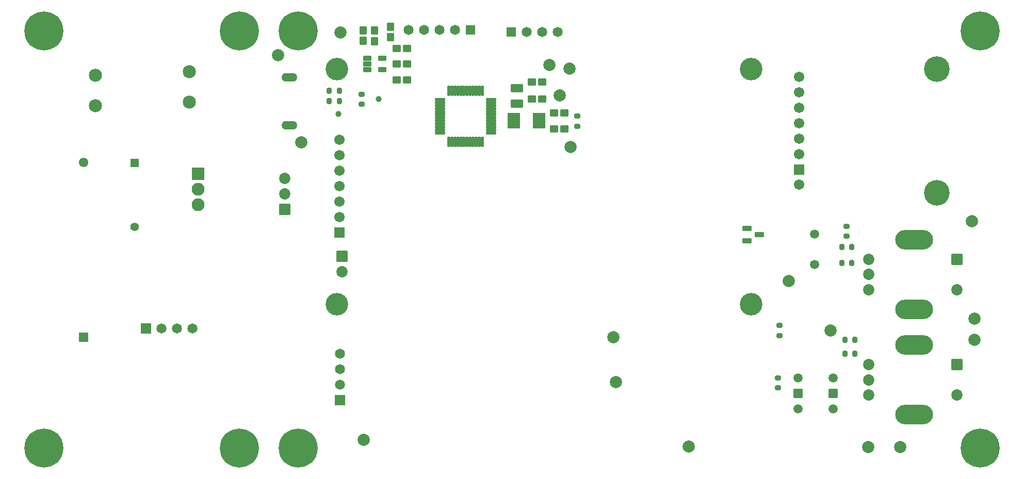
<source format=gbr>
%TF.GenerationSoftware,KiCad,Pcbnew,7.0.9*%
%TF.CreationDate,2024-01-04T23:56:05+08:00*%
%TF.ProjectId,stm32_timer_app,73746d33-325f-4746-996d-65725f617070,rev?*%
%TF.SameCoordinates,PX6a6e180PY6b00940*%
%TF.FileFunction,Soldermask,Bot*%
%TF.FilePolarity,Negative*%
%FSLAX46Y46*%
G04 Gerber Fmt 4.6, Leading zero omitted, Abs format (unit mm)*
G04 Created by KiCad (PCBNEW 7.0.9) date 2024-01-04 23:56:05*
%MOMM*%
%LPD*%
G01*
G04 APERTURE LIST*
G04 Aperture macros list*
%AMRoundRect*
0 Rectangle with rounded corners*
0 $1 Rounding radius*
0 $2 $3 $4 $5 $6 $7 $8 $9 X,Y pos of 4 corners*
0 Add a 4 corners polygon primitive as box body*
4,1,4,$2,$3,$4,$5,$6,$7,$8,$9,$2,$3,0*
0 Add four circle primitives for the rounded corners*
1,1,$1+$1,$2,$3*
1,1,$1+$1,$4,$5*
1,1,$1+$1,$6,$7*
1,1,$1+$1,$8,$9*
0 Add four rect primitives between the rounded corners*
20,1,$1+$1,$2,$3,$4,$5,0*
20,1,$1+$1,$4,$5,$6,$7,0*
20,1,$1+$1,$6,$7,$8,$9,0*
20,1,$1+$1,$8,$9,$2,$3,0*%
G04 Aperture macros list end*
%ADD10RoundRect,0.211200X0.670800X-0.030800X0.670800X0.030800X-0.670800X0.030800X-0.670800X-0.030800X0*%
%ADD11RoundRect,0.211200X0.030800X0.670800X-0.030800X0.670800X-0.030800X-0.670800X0.030800X-0.670800X0*%
%ADD12R,1.549400X1.549400*%
%ADD13C,1.549400*%
%ADD14R,1.650000X1.650000*%
%ADD15C,1.650000*%
%ADD16R,1.651000X1.651000*%
%ADD17C,1.651000*%
%ADD18R,1.422400X1.422400*%
%ADD19C,1.422400*%
%ADD20C,6.400000*%
%ADD21C,2.000000*%
%ADD22C,1.512000*%
%ADD23RoundRect,0.102000X0.825000X-0.825000X0.825000X0.825000X-0.825000X0.825000X-0.825000X-0.825000X0*%
%ADD24C,1.854000*%
%ADD25C,3.704000*%
%ADD26RoundRect,0.102000X0.754000X-0.754000X0.754000X0.754000X-0.754000X0.754000X-0.754000X-0.754000X0*%
%ADD27C,1.712000*%
%ADD28O,2.568400X1.360400*%
%ADD29C,2.154000*%
%ADD30RoundRect,0.102000X-0.825000X0.825000X-0.825000X-0.825000X0.825000X-0.825000X0.825000X0.825000X0*%
%ADD31O,6.204000X3.204000*%
%ADD32C,2.114000*%
%ADD33RoundRect,0.102000X-0.955000X0.955000X-0.955000X-0.955000X0.955000X-0.955000X0.955000X0.955000X0*%
%ADD34RoundRect,0.102000X0.654000X-0.654000X0.654000X0.654000X-0.654000X0.654000X-0.654000X-0.654000X0*%
%ADD35C,4.204000*%
%ADD36RoundRect,0.200000X-0.200000X-0.275000X0.200000X-0.275000X0.200000X0.275000X-0.200000X0.275000X0*%
%ADD37RoundRect,0.102000X-0.500000X0.550000X-0.500000X-0.550000X0.500000X-0.550000X0.500000X0.550000X0*%
%ADD38RoundRect,0.102000X-0.950000X-1.200000X0.950000X-1.200000X0.950000X1.200000X-0.950000X1.200000X0*%
%ADD39RoundRect,0.200000X-0.275000X0.200000X-0.275000X-0.200000X0.275000X-0.200000X0.275000X0.200000X0*%
%ADD40RoundRect,0.200000X0.200000X0.275000X-0.200000X0.275000X-0.200000X-0.275000X0.200000X-0.275000X0*%
%ADD41RoundRect,0.102000X0.550000X0.500000X-0.550000X0.500000X-0.550000X-0.500000X0.550000X-0.500000X0*%
%ADD42C,1.000000*%
%ADD43RoundRect,0.102000X-0.950000X0.550000X-0.950000X-0.550000X0.950000X-0.550000X0.950000X0.550000X0*%
%ADD44RoundRect,0.102000X0.500000X-0.550000X0.500000X0.550000X-0.500000X0.550000X-0.500000X-0.550000X0*%
%ADD45RoundRect,0.148900X0.538100X-0.288100X0.538100X0.288100X-0.538100X0.288100X-0.538100X-0.288100X0*%
%ADD46RoundRect,0.102000X-0.660400X-0.279400X0.660400X-0.279400X0.660400X0.279400X-0.660400X0.279400X0*%
%ADD47RoundRect,0.200000X0.275000X-0.200000X0.275000X0.200000X-0.275000X0.200000X-0.275000X-0.200000X0*%
G04 APERTURE END LIST*
D10*
%TO.C,U2*%
X77180000Y61050000D03*
X77180000Y60550000D03*
X77180000Y60050000D03*
X77180000Y59550000D03*
X77180000Y59050000D03*
X77180000Y58550000D03*
X77180000Y58050000D03*
X77180000Y57550000D03*
X77180000Y57050000D03*
X77180000Y56550000D03*
X77180000Y56050000D03*
X77180000Y55550000D03*
D11*
X75750000Y54120000D03*
X75250000Y54120000D03*
X74750000Y54120000D03*
X74250000Y54120000D03*
X73750000Y54120000D03*
X73250000Y54120000D03*
X72750000Y54120000D03*
X72250000Y54120000D03*
X71750000Y54120000D03*
X71250000Y54120000D03*
X70750000Y54120000D03*
X70250000Y54120000D03*
D10*
X68820000Y55550000D03*
X68820000Y56050000D03*
X68820000Y56550000D03*
X68820000Y57050000D03*
X68820000Y57550000D03*
X68820000Y58050000D03*
X68820000Y58550000D03*
X68820000Y59050000D03*
X68820000Y59550000D03*
X68820000Y60050000D03*
X68820000Y60550000D03*
X68820000Y61050000D03*
D11*
X70250000Y62480000D03*
X70750000Y62480000D03*
X71250000Y62480000D03*
X71750000Y62480000D03*
X72250000Y62480000D03*
X72750000Y62480000D03*
X73250000Y62480000D03*
X73750000Y62480000D03*
X74250000Y62480000D03*
X74750000Y62480000D03*
X75250000Y62480000D03*
X75750000Y62480000D03*
%TD*%
D12*
%TO.C,R5*%
X10300000Y21968100D03*
D13*
X10300000Y50670100D03*
%TD*%
D14*
%TO.C,J9*%
X73850000Y72450000D03*
D15*
X71310000Y72450000D03*
X68770000Y72450000D03*
X66230000Y72450000D03*
X63690000Y72450000D03*
%TD*%
D14*
%TO.C,J8*%
X80530000Y72125000D03*
D15*
X83070000Y72125000D03*
X85610000Y72125000D03*
X88150000Y72125000D03*
%TD*%
D16*
%TO.C,J2*%
X20580000Y23479400D03*
D17*
X23120000Y23479400D03*
X25660000Y23479400D03*
X28200000Y23479400D03*
%TD*%
D18*
%TO.C,C5*%
X18700000Y50645600D03*
D19*
X18700000Y40145600D03*
%TD*%
D20*
%TO.C,REF\u002A\u002A*%
X157500000Y3800000D03*
%TD*%
D21*
%TO.C,TP1*%
X52450000Y72050000D03*
%TD*%
%TO.C,TP13*%
X90250000Y53250000D03*
%TD*%
%TO.C,TP2*%
X42200000Y68350000D03*
%TD*%
%TO.C,TP15*%
X90050000Y66100000D03*
%TD*%
D22*
%TO.C,LS1*%
X130288500Y33950000D03*
X130288500Y38950000D03*
%TD*%
D21*
%TO.C,TP16*%
X86800000Y66700000D03*
%TD*%
%TO.C,TP4*%
X97300000Y22000000D03*
%TD*%
D23*
%TO.C,J10*%
X43300000Y43000000D03*
D24*
X43300000Y45540000D03*
X43300000Y48080000D03*
%TD*%
D25*
%TO.C,DS1*%
X51892000Y66038500D03*
X51892000Y27438500D03*
X119850000Y66038500D03*
X119850000Y27438500D03*
D26*
X52336800Y39186300D03*
D27*
X52336800Y41726300D03*
X52336800Y44266300D03*
X52336800Y46806300D03*
X52336800Y49346300D03*
X52336800Y51886300D03*
X52336800Y54426300D03*
%TD*%
D20*
%TO.C,REF\u002A\u002A*%
X45500000Y3800000D03*
%TD*%
D21*
%TO.C,TP21*%
X156550000Y21600000D03*
%TD*%
D28*
%TO.C,J7*%
X44100000Y64712500D03*
X44100000Y56812500D03*
%TD*%
D29*
%TO.C,J1*%
X27700000Y60600000D03*
X27700000Y65600000D03*
%TD*%
D30*
%TO.C,MT2*%
X153650000Y34818500D03*
D24*
X153650000Y29818500D03*
X139150000Y34818500D03*
X139150000Y29818500D03*
X139150000Y32318500D03*
D31*
X146650000Y38018500D03*
X146650000Y26618500D03*
%TD*%
D21*
%TO.C,TP5*%
X126050000Y31200000D03*
%TD*%
D20*
%TO.C,REF\u002A\u002A*%
X35900000Y3800000D03*
%TD*%
%TO.C,REF\u002A\u002A*%
X35900000Y72300000D03*
%TD*%
D21*
%TO.C,TP17*%
X97650000Y14650000D03*
%TD*%
%TO.C,TP22*%
X156150000Y41050000D03*
%TD*%
D20*
%TO.C,REF\u002A\u002A*%
X3800000Y72300000D03*
%TD*%
D21*
%TO.C,TP8*%
X132900000Y23150000D03*
%TD*%
%TO.C,TP19*%
X139050000Y4000000D03*
%TD*%
D16*
%TO.C,J4*%
X52400000Y11660000D03*
D17*
X52400000Y14200000D03*
X52400000Y16740000D03*
X52400000Y19280000D03*
%TD*%
D32*
%TO.C,D1*%
X29075000Y43750000D03*
X29075000Y46300000D03*
D33*
X29075000Y48850000D03*
%TD*%
D29*
%TO.C,J3*%
X12300000Y65000000D03*
X12300000Y60000000D03*
%TD*%
D21*
%TO.C,TP11*%
X109650000Y4050000D03*
%TD*%
%TO.C,TP14*%
X88450000Y61700000D03*
%TD*%
D30*
%TO.C,J5*%
X52750000Y35340000D03*
D24*
X52750000Y32800000D03*
%TD*%
D20*
%TO.C,REF\u002A\u002A*%
X3800000Y3800000D03*
%TD*%
D21*
%TO.C,TP25*%
X46050000Y54000000D03*
%TD*%
D20*
%TO.C,REF\u002A\u002A*%
X45500000Y72300000D03*
%TD*%
D30*
%TO.C,MT1*%
X153650000Y17500000D03*
D24*
X153650000Y12500000D03*
X139150000Y17500000D03*
X139150000Y12500000D03*
X139150000Y15000000D03*
D31*
X146650000Y20700000D03*
X146650000Y9300000D03*
%TD*%
D34*
%TO.C,S7*%
X133337500Y12800000D03*
D22*
X133337500Y10260000D03*
X133337500Y15340000D03*
%TD*%
D21*
%TO.C,TP20*%
X144350000Y4000000D03*
%TD*%
%TO.C,TP12*%
X56300000Y5200000D03*
%TD*%
D34*
%TO.C,S8*%
X127600000Y12800000D03*
D22*
X127600000Y10260000D03*
X127600000Y15340000D03*
%TD*%
D35*
%TO.C,U3*%
X150350000Y66038500D03*
X150350000Y45738500D03*
D27*
X127750000Y47038500D03*
D26*
X127750000Y49538500D03*
D27*
X127750000Y52038500D03*
X127750000Y54624100D03*
X127750000Y57164100D03*
X127750000Y59704100D03*
X127750000Y62244100D03*
X127750000Y64738500D03*
%TD*%
D20*
%TO.C,REF\u002A\u002A*%
X157500000Y72300000D03*
%TD*%
D21*
%TO.C,TP23*%
X156550000Y25050000D03*
%TD*%
D36*
%TO.C,R25*%
X50650000Y62500000D03*
X52300000Y62500000D03*
%TD*%
D37*
%TO.C,C14*%
X56200000Y72400000D03*
X56200000Y70700000D03*
%TD*%
D38*
%TO.C,Y1*%
X80950000Y57550000D03*
X85050000Y57550000D03*
%TD*%
D39*
%TO.C,R17*%
X135575000Y40225000D03*
X135575000Y38575000D03*
%TD*%
D40*
%TO.C,R13*%
X136900000Y21600000D03*
X135250000Y21600000D03*
%TD*%
D41*
%TO.C,C8*%
X85600000Y63950000D03*
X83900000Y63950000D03*
%TD*%
D36*
%TO.C,R26*%
X50650000Y60750000D03*
X52300000Y60750000D03*
%TD*%
D42*
%TO.C,REF\u002A\u002A*%
X52150000Y58700000D03*
%TD*%
D43*
%TO.C,Y2*%
X81400000Y62900000D03*
X81400000Y60400000D03*
%TD*%
D44*
%TO.C,C20*%
X60700000Y71300000D03*
X60700000Y73000000D03*
%TD*%
D36*
%TO.C,R15*%
X134750000Y34200000D03*
X136400000Y34200000D03*
%TD*%
D41*
%TO.C,C1*%
X89250000Y56200000D03*
X87550000Y56200000D03*
%TD*%
%TO.C,C12*%
X63400000Y64300000D03*
X61700000Y64300000D03*
%TD*%
D39*
%TO.C,R27*%
X55950000Y61900000D03*
X55950000Y60250000D03*
%TD*%
D37*
%TO.C,C13*%
X58100000Y72350000D03*
X58100000Y70650000D03*
%TD*%
D45*
%TO.C,U4*%
X56860000Y65950000D03*
X56860000Y66890000D03*
X56860000Y67830000D03*
X59300000Y67830000D03*
X59300000Y65950000D03*
%TD*%
D46*
%TO.C,U5*%
X119168000Y37834000D03*
X119168000Y39866000D03*
X121200000Y38850000D03*
%TD*%
D42*
%TO.C,REF\u002A\u002A*%
X58700000Y61150000D03*
%TD*%
D47*
%TO.C,R19*%
X124300000Y13700000D03*
X124300000Y15350000D03*
%TD*%
D39*
%TO.C,R1*%
X91300000Y58325000D03*
X91300000Y56675000D03*
%TD*%
D40*
%TO.C,R16*%
X136400000Y36800000D03*
X134750000Y36800000D03*
%TD*%
D41*
%TO.C,C7*%
X85550000Y61150000D03*
X83850000Y61150000D03*
%TD*%
%TO.C,C10*%
X63400000Y69450000D03*
X61700000Y69450000D03*
%TD*%
D40*
%TO.C,R12*%
X136900000Y19300000D03*
X135250000Y19300000D03*
%TD*%
D41*
%TO.C,C2*%
X89250000Y58800000D03*
X87550000Y58800000D03*
%TD*%
D47*
%TO.C,R18*%
X124500000Y22300000D03*
X124500000Y23950000D03*
%TD*%
D41*
%TO.C,C11*%
X63400000Y66890000D03*
X61700000Y66890000D03*
%TD*%
M02*

</source>
